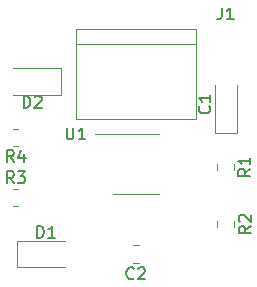
<source format=gbr>
%TF.GenerationSoftware,KiCad,Pcbnew,(6.0.10)*%
%TF.CreationDate,2023-02-23T21:21:35-08:00*%
%TF.ProjectId,Ex 2,45782032-2e6b-4696-9361-645f70636258,rev?*%
%TF.SameCoordinates,Original*%
%TF.FileFunction,Legend,Top*%
%TF.FilePolarity,Positive*%
%FSLAX46Y46*%
G04 Gerber Fmt 4.6, Leading zero omitted, Abs format (unit mm)*
G04 Created by KiCad (PCBNEW (6.0.10)) date 2023-02-23 21:21:35*
%MOMM*%
%LPD*%
G01*
G04 APERTURE LIST*
%ADD10C,0.150000*%
%ADD11C,0.120000*%
G04 APERTURE END LIST*
D10*
%TO.C,J1*%
X164766666Y-95972380D02*
X164766666Y-96686666D01*
X164719047Y-96829523D01*
X164623809Y-96924761D01*
X164480952Y-96972380D01*
X164385714Y-96972380D01*
X165766666Y-96972380D02*
X165195238Y-96972380D01*
X165480952Y-96972380D02*
X165480952Y-95972380D01*
X165385714Y-96115238D01*
X165290476Y-96210476D01*
X165195238Y-96258095D01*
%TO.C,U1*%
X151638095Y-106132380D02*
X151638095Y-106941904D01*
X151685714Y-107037142D01*
X151733333Y-107084761D01*
X151828571Y-107132380D01*
X152019047Y-107132380D01*
X152114285Y-107084761D01*
X152161904Y-107037142D01*
X152209523Y-106941904D01*
X152209523Y-106132380D01*
X153209523Y-107132380D02*
X152638095Y-107132380D01*
X152923809Y-107132380D02*
X152923809Y-106132380D01*
X152828571Y-106275238D01*
X152733333Y-106370476D01*
X152638095Y-106418095D01*
%TO.C,D2*%
X147981904Y-104472380D02*
X147981904Y-103472380D01*
X148220000Y-103472380D01*
X148362857Y-103520000D01*
X148458095Y-103615238D01*
X148505714Y-103710476D01*
X148553333Y-103900952D01*
X148553333Y-104043809D01*
X148505714Y-104234285D01*
X148458095Y-104329523D01*
X148362857Y-104424761D01*
X148220000Y-104472380D01*
X147981904Y-104472380D01*
X148934285Y-103567619D02*
X148981904Y-103520000D01*
X149077142Y-103472380D01*
X149315238Y-103472380D01*
X149410476Y-103520000D01*
X149458095Y-103567619D01*
X149505714Y-103662857D01*
X149505714Y-103758095D01*
X149458095Y-103900952D01*
X148886666Y-104472380D01*
X149505714Y-104472380D01*
%TO.C,R2*%
X167202380Y-114466666D02*
X166726190Y-114800000D01*
X167202380Y-115038095D02*
X166202380Y-115038095D01*
X166202380Y-114657142D01*
X166250000Y-114561904D01*
X166297619Y-114514285D01*
X166392857Y-114466666D01*
X166535714Y-114466666D01*
X166630952Y-114514285D01*
X166678571Y-114561904D01*
X166726190Y-114657142D01*
X166726190Y-115038095D01*
X166297619Y-114085714D02*
X166250000Y-114038095D01*
X166202380Y-113942857D01*
X166202380Y-113704761D01*
X166250000Y-113609523D01*
X166297619Y-113561904D01*
X166392857Y-113514285D01*
X166488095Y-113514285D01*
X166630952Y-113561904D01*
X167202380Y-114133333D01*
X167202380Y-113514285D01*
%TO.C,R1*%
X167167380Y-109619602D02*
X166691190Y-109952936D01*
X167167380Y-110191031D02*
X166167380Y-110191031D01*
X166167380Y-109810078D01*
X166215000Y-109714840D01*
X166262619Y-109667221D01*
X166357857Y-109619602D01*
X166500714Y-109619602D01*
X166595952Y-109667221D01*
X166643571Y-109714840D01*
X166691190Y-109810078D01*
X166691190Y-110191031D01*
X167167380Y-108667221D02*
X167167380Y-109238650D01*
X167167380Y-108952936D02*
X166167380Y-108952936D01*
X166310238Y-109048174D01*
X166405476Y-109143412D01*
X166453095Y-109238650D01*
%TO.C,C2*%
X157313333Y-118877142D02*
X157265714Y-118924761D01*
X157122857Y-118972380D01*
X157027619Y-118972380D01*
X156884761Y-118924761D01*
X156789523Y-118829523D01*
X156741904Y-118734285D01*
X156694285Y-118543809D01*
X156694285Y-118400952D01*
X156741904Y-118210476D01*
X156789523Y-118115238D01*
X156884761Y-118020000D01*
X157027619Y-117972380D01*
X157122857Y-117972380D01*
X157265714Y-118020000D01*
X157313333Y-118067619D01*
X157694285Y-118067619D02*
X157741904Y-118020000D01*
X157837142Y-117972380D01*
X158075238Y-117972380D01*
X158170476Y-118020000D01*
X158218095Y-118067619D01*
X158265714Y-118162857D01*
X158265714Y-118258095D01*
X158218095Y-118400952D01*
X157646666Y-118972380D01*
X158265714Y-118972380D01*
%TO.C,D1*%
X149121904Y-115472380D02*
X149121904Y-114472380D01*
X149360000Y-114472380D01*
X149502857Y-114520000D01*
X149598095Y-114615238D01*
X149645714Y-114710476D01*
X149693333Y-114900952D01*
X149693333Y-115043809D01*
X149645714Y-115234285D01*
X149598095Y-115329523D01*
X149502857Y-115424761D01*
X149360000Y-115472380D01*
X149121904Y-115472380D01*
X150645714Y-115472380D02*
X150074285Y-115472380D01*
X150360000Y-115472380D02*
X150360000Y-114472380D01*
X150264761Y-114615238D01*
X150169523Y-114710476D01*
X150074285Y-114758095D01*
%TO.C,C1*%
X163707142Y-104306666D02*
X163754761Y-104354285D01*
X163802380Y-104497142D01*
X163802380Y-104592380D01*
X163754761Y-104735238D01*
X163659523Y-104830476D01*
X163564285Y-104878095D01*
X163373809Y-104925714D01*
X163230952Y-104925714D01*
X163040476Y-104878095D01*
X162945238Y-104830476D01*
X162850000Y-104735238D01*
X162802380Y-104592380D01*
X162802380Y-104497142D01*
X162850000Y-104354285D01*
X162897619Y-104306666D01*
X163802380Y-103354285D02*
X163802380Y-103925714D01*
X163802380Y-103640000D02*
X162802380Y-103640000D01*
X162945238Y-103735238D01*
X163040476Y-103830476D01*
X163088095Y-103925714D01*
%TO.C,R3*%
X147153333Y-110832380D02*
X146820000Y-110356190D01*
X146581904Y-110832380D02*
X146581904Y-109832380D01*
X146962857Y-109832380D01*
X147058095Y-109880000D01*
X147105714Y-109927619D01*
X147153333Y-110022857D01*
X147153333Y-110165714D01*
X147105714Y-110260952D01*
X147058095Y-110308571D01*
X146962857Y-110356190D01*
X146581904Y-110356190D01*
X147486666Y-109832380D02*
X148105714Y-109832380D01*
X147772380Y-110213333D01*
X147915238Y-110213333D01*
X148010476Y-110260952D01*
X148058095Y-110308571D01*
X148105714Y-110403809D01*
X148105714Y-110641904D01*
X148058095Y-110737142D01*
X148010476Y-110784761D01*
X147915238Y-110832380D01*
X147629523Y-110832380D01*
X147534285Y-110784761D01*
X147486666Y-110737142D01*
%TO.C,R4*%
X147153333Y-109052380D02*
X146820000Y-108576190D01*
X146581904Y-109052380D02*
X146581904Y-108052380D01*
X146962857Y-108052380D01*
X147058095Y-108100000D01*
X147105714Y-108147619D01*
X147153333Y-108242857D01*
X147153333Y-108385714D01*
X147105714Y-108480952D01*
X147058095Y-108528571D01*
X146962857Y-108576190D01*
X146581904Y-108576190D01*
X148010476Y-108385714D02*
X148010476Y-109052380D01*
X147772380Y-108004761D02*
X147534285Y-108719047D01*
X148153333Y-108719047D01*
D11*
%TO.C,J1*%
X152400000Y-97790000D02*
X152400000Y-105410000D01*
X152400000Y-105410000D02*
X162560000Y-105410000D01*
X162560000Y-97790000D02*
X152400000Y-97790000D01*
X152400000Y-99060000D02*
X162560000Y-99060000D01*
X162560000Y-105410000D02*
X162560000Y-97790000D01*
%TO.C,U1*%
X157480000Y-111780000D02*
X155530000Y-111780000D01*
X157480000Y-106660000D02*
X154030000Y-106660000D01*
X157480000Y-106660000D02*
X159430000Y-106660000D01*
X157480000Y-111780000D02*
X159430000Y-111780000D01*
%TO.C,D2*%
X151180000Y-101065000D02*
X147120000Y-101065000D01*
X151180000Y-103335000D02*
X151180000Y-101065000D01*
X147120000Y-103335000D02*
X151180000Y-103335000D01*
%TO.C,R2*%
X165835000Y-114072936D02*
X165835000Y-114527064D01*
X164365000Y-114072936D02*
X164365000Y-114527064D01*
%TO.C,R1*%
X164330000Y-109225872D02*
X164330000Y-109680000D01*
X165800000Y-109225872D02*
X165800000Y-109680000D01*
%TO.C,C2*%
X157741252Y-116105000D02*
X157218748Y-116105000D01*
X157741252Y-117575000D02*
X157218748Y-117575000D01*
%TO.C,D1*%
X147400000Y-117975000D02*
X151460000Y-117975000D01*
X147400000Y-115705000D02*
X147400000Y-117975000D01*
X151460000Y-115705000D02*
X147400000Y-115705000D01*
%TO.C,C1*%
X164165000Y-106625000D02*
X166035000Y-106625000D01*
X164165000Y-102540000D02*
X164165000Y-106625000D01*
X166035000Y-106625000D02*
X166035000Y-102540000D01*
%TO.C,R3*%
X147092936Y-111295000D02*
X147547064Y-111295000D01*
X147092936Y-112765000D02*
X147547064Y-112765000D01*
%TO.C,R4*%
X147547064Y-107685000D02*
X147092936Y-107685000D01*
X147547064Y-106215000D02*
X147092936Y-106215000D01*
%TD*%
M02*

</source>
